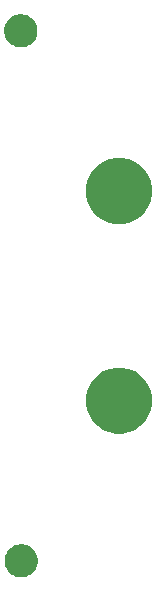
<source format=gbr>
G04 #@! TF.GenerationSoftware,KiCad,Pcbnew,(5.1.5)-3*
G04 #@! TF.CreationDate,2020-04-21T01:15:04+02:00*
G04 #@! TF.ProjectId,GND_PCB,474e445f-5043-4422-9e6b-696361645f70,rev?*
G04 #@! TF.SameCoordinates,Original*
G04 #@! TF.FileFunction,Soldermask,Bot*
G04 #@! TF.FilePolarity,Negative*
%FSLAX46Y46*%
G04 Gerber Fmt 4.6, Leading zero omitted, Abs format (unit mm)*
G04 Created by KiCad (PCBNEW (5.1.5)-3) date 2020-04-21 01:15:04*
%MOMM*%
%LPD*%
G04 APERTURE LIST*
%ADD10C,0.100000*%
G04 APERTURE END LIST*
D10*
G36*
X109622253Y-115779693D02*
G01*
X109712477Y-115797639D01*
X109818087Y-115841385D01*
X109967441Y-115903249D01*
X109967442Y-115903250D01*
X110196906Y-116056572D01*
X110392048Y-116251714D01*
X110494495Y-116405037D01*
X110545371Y-116481179D01*
X110650981Y-116736144D01*
X110704820Y-117006812D01*
X110704820Y-117282788D01*
X110650981Y-117553456D01*
X110545371Y-117808421D01*
X110545370Y-117808422D01*
X110392048Y-118037886D01*
X110196906Y-118233028D01*
X110043583Y-118335475D01*
X109967441Y-118386351D01*
X109818087Y-118448215D01*
X109712477Y-118491961D01*
X109622253Y-118509907D01*
X109441808Y-118545800D01*
X109165832Y-118545800D01*
X108985387Y-118509907D01*
X108895163Y-118491961D01*
X108789553Y-118448215D01*
X108640199Y-118386351D01*
X108564057Y-118335475D01*
X108410734Y-118233028D01*
X108215592Y-118037886D01*
X108062270Y-117808422D01*
X108062269Y-117808421D01*
X107956659Y-117553456D01*
X107902820Y-117282788D01*
X107902820Y-117006812D01*
X107956659Y-116736144D01*
X108062269Y-116481179D01*
X108113145Y-116405037D01*
X108215592Y-116251714D01*
X108410734Y-116056572D01*
X108640198Y-115903250D01*
X108640199Y-115903249D01*
X108789553Y-115841385D01*
X108895163Y-115797639D01*
X108985387Y-115779693D01*
X109165832Y-115743800D01*
X109441808Y-115743800D01*
X109622253Y-115779693D01*
G37*
G36*
X118394801Y-100895100D02*
G01*
X118904549Y-101106245D01*
X118904551Y-101106246D01*
X119363314Y-101412781D01*
X119753459Y-101802926D01*
X120059994Y-102261689D01*
X120059995Y-102261691D01*
X120271140Y-102771439D01*
X120378780Y-103312584D01*
X120378780Y-103864336D01*
X120271140Y-104405481D01*
X120059995Y-104915229D01*
X120059994Y-104915231D01*
X119753459Y-105373994D01*
X119363314Y-105764139D01*
X118904551Y-106070674D01*
X118904550Y-106070675D01*
X118904549Y-106070675D01*
X118394801Y-106281820D01*
X117853656Y-106389460D01*
X117301904Y-106389460D01*
X116760759Y-106281820D01*
X116251011Y-106070675D01*
X116251010Y-106070675D01*
X116251009Y-106070674D01*
X115792246Y-105764139D01*
X115402101Y-105373994D01*
X115095566Y-104915231D01*
X115095565Y-104915229D01*
X114884420Y-104405481D01*
X114776780Y-103864336D01*
X114776780Y-103312584D01*
X114884420Y-102771439D01*
X115095565Y-102261691D01*
X115095566Y-102261689D01*
X115402101Y-101802926D01*
X115792246Y-101412781D01*
X116251009Y-101106246D01*
X116251011Y-101106245D01*
X116760759Y-100895100D01*
X117301904Y-100787460D01*
X117853656Y-100787460D01*
X118394801Y-100895100D01*
G37*
G36*
X118394801Y-83143760D02*
G01*
X118904549Y-83354905D01*
X118904551Y-83354906D01*
X119363314Y-83661441D01*
X119753459Y-84051586D01*
X120059994Y-84510349D01*
X120059995Y-84510351D01*
X120271140Y-85020099D01*
X120378780Y-85561244D01*
X120378780Y-86112996D01*
X120271140Y-86654141D01*
X120059995Y-87163889D01*
X120059994Y-87163891D01*
X119753459Y-87622654D01*
X119363314Y-88012799D01*
X118904551Y-88319334D01*
X118904550Y-88319335D01*
X118904549Y-88319335D01*
X118394801Y-88530480D01*
X117853656Y-88638120D01*
X117301904Y-88638120D01*
X116760759Y-88530480D01*
X116251011Y-88319335D01*
X116251010Y-88319335D01*
X116251009Y-88319334D01*
X115792246Y-88012799D01*
X115402101Y-87622654D01*
X115095566Y-87163891D01*
X115095565Y-87163889D01*
X114884420Y-86654141D01*
X114776780Y-86112996D01*
X114776780Y-85561244D01*
X114884420Y-85020099D01*
X115095565Y-84510351D01*
X115095566Y-84510349D01*
X115402101Y-84051586D01*
X115792246Y-83661441D01*
X116251009Y-83354906D01*
X116251011Y-83354905D01*
X116760759Y-83143760D01*
X117301904Y-83036120D01*
X117853656Y-83036120D01*
X118394801Y-83143760D01*
G37*
G36*
X109594313Y-70908053D02*
G01*
X109684537Y-70925999D01*
X109790147Y-70969745D01*
X109939501Y-71031609D01*
X109939502Y-71031610D01*
X110168966Y-71184932D01*
X110364108Y-71380074D01*
X110466555Y-71533397D01*
X110517431Y-71609539D01*
X110623041Y-71864504D01*
X110676880Y-72135172D01*
X110676880Y-72411148D01*
X110623041Y-72681816D01*
X110517431Y-72936781D01*
X110517430Y-72936782D01*
X110364108Y-73166246D01*
X110168966Y-73361388D01*
X110015643Y-73463835D01*
X109939501Y-73514711D01*
X109790147Y-73576575D01*
X109684537Y-73620321D01*
X109594313Y-73638267D01*
X109413868Y-73674160D01*
X109137892Y-73674160D01*
X108957447Y-73638267D01*
X108867223Y-73620321D01*
X108761613Y-73576575D01*
X108612259Y-73514711D01*
X108536117Y-73463835D01*
X108382794Y-73361388D01*
X108187652Y-73166246D01*
X108034330Y-72936782D01*
X108034329Y-72936781D01*
X107928719Y-72681816D01*
X107874880Y-72411148D01*
X107874880Y-72135172D01*
X107928719Y-71864504D01*
X108034329Y-71609539D01*
X108085205Y-71533397D01*
X108187652Y-71380074D01*
X108382794Y-71184932D01*
X108612258Y-71031610D01*
X108612259Y-71031609D01*
X108761613Y-70969745D01*
X108867223Y-70925999D01*
X108957447Y-70908053D01*
X109137892Y-70872160D01*
X109413868Y-70872160D01*
X109594313Y-70908053D01*
G37*
M02*

</source>
